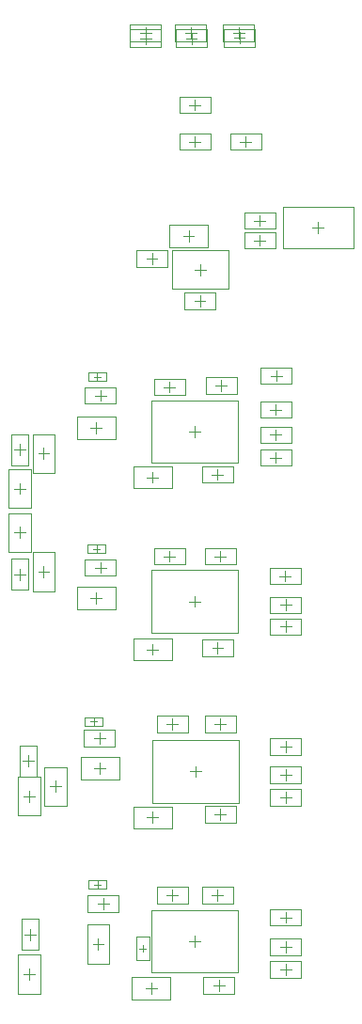
<source format=gbr>
G04 Layer_Color=32768*
%FSLAX26Y26*%
%MOIN*%
%TF.FileFunction,Other,Mechanical_15*%
%TF.Part,Single*%
G01*
G75*
%TA.AperFunction,NonConductor*%
%ADD51C,0.003937*%
%ADD64C,0.001968*%
D51*
X1222000Y-2239662D02*
Y-2200292D01*
X1202314Y-2219976D02*
X1241684D01*
X545414Y-980000D02*
X584784D01*
X565100Y-999686D02*
Y-960316D01*
X280000Y-719686D02*
Y-680316D01*
X260314Y-700000D02*
X299684D01*
X363800Y-595686D02*
Y-556316D01*
X344114Y-576000D02*
X383484D01*
X280000Y-1023298D02*
Y-983928D01*
X260316Y-1003614D02*
X299686D01*
X280000Y-875684D02*
Y-836314D01*
X260316Y-856000D02*
X299686D01*
X363800Y-1014440D02*
Y-975070D01*
X344116Y-994756D02*
X383486D01*
X1110315Y180000D02*
X1149685D01*
X1129999Y160316D02*
Y199686D01*
X1110315Y250000D02*
X1149685D01*
X1130001Y230314D02*
Y269684D01*
X880314Y-1100000D02*
X919684D01*
X900000Y-1119686D02*
Y-1080316D01*
X705558Y895992D02*
X744928D01*
X725244Y876306D02*
Y915676D01*
X867794Y895992D02*
X907164D01*
X887480Y876306D02*
Y915676D01*
X1037794Y898229D02*
X1077165D01*
X1057480Y878543D02*
Y917913D01*
X900000Y640314D02*
Y679684D01*
X880314Y660000D02*
X919684D01*
X1080000Y510314D02*
Y549684D01*
X1060314Y530000D02*
X1099684D01*
X900000Y510314D02*
Y549684D01*
X880314Y530000D02*
X919684D01*
X725244Y894314D02*
Y933684D01*
X705558Y914000D02*
X744928D01*
X885244Y894314D02*
Y933684D01*
X865558Y914000D02*
X904928D01*
X1055244Y894314D02*
Y933684D01*
X1035558Y914000D02*
X1074928D01*
X1200314Y-1010000D02*
X1239684D01*
X1220000Y-1029686D02*
Y-990316D01*
X1188536Y-319686D02*
Y-280316D01*
X1168850Y-300000D02*
X1208220D01*
X790314Y-340000D02*
X829684D01*
X810000Y-359686D02*
Y-320316D01*
X290314Y-1666000D02*
X329684D01*
X310000Y-1685686D02*
Y-1646316D01*
X292170Y-1790311D02*
X331540D01*
X311856Y-1809997D02*
Y-1770627D01*
X385346Y-1756000D02*
X424716D01*
X405032Y-1775686D02*
Y-1736316D01*
X820000Y-1555686D02*
Y-1516316D01*
X800314Y-1536000D02*
X839684D01*
X561292Y-1605686D02*
Y-1566316D01*
X541606Y-1586000D02*
X580976D01*
X563000Y-1710686D02*
Y-1671316D01*
X543314Y-1691000D02*
X582684D01*
X1222000Y-1735686D02*
Y-1696316D01*
X1202314Y-1716000D02*
X1241684D01*
X903000Y-1722686D02*
Y-1683316D01*
X883314Y-1703000D02*
X922684D01*
X990000Y-1875686D02*
Y-1836316D01*
X970314Y-1856000D02*
X1009684D01*
X750000Y-1885686D02*
Y-1846316D01*
X730314Y-1866000D02*
X769684D01*
X960314Y-650000D02*
X999684D01*
X980000Y-669686D02*
Y-630316D01*
X1166850Y-590000D02*
X1206220D01*
X1186536Y-609686D02*
Y-570316D01*
X1166850Y-420000D02*
X1206220D01*
X1186536Y-439686D02*
Y-400316D01*
X545414Y-370000D02*
X584784D01*
X565100Y-389686D02*
Y-350316D01*
X530314Y-484204D02*
X569684D01*
X550000Y-503890D02*
Y-464520D01*
X730314Y-660000D02*
X769684D01*
X750000Y-679686D02*
Y-640316D01*
X990000Y-1555686D02*
Y-1516316D01*
X970314Y-1536000D02*
X1009684D01*
X530314Y-1087204D02*
X569684D01*
X550000Y-1106890D02*
Y-1067520D01*
X1202314Y-1189568D02*
X1241684D01*
X1222000Y-1209252D02*
Y-1169882D01*
X1166850Y-509796D02*
X1206220D01*
X1186536Y-529480D02*
Y-490110D01*
X1222000Y-1635686D02*
Y-1596316D01*
X1202314Y-1616000D02*
X1241684D01*
X961009Y-1264008D02*
X1000379D01*
X980695Y-1283694D02*
Y-1244324D01*
X970314Y-940000D02*
X1009684D01*
X990000Y-959686D02*
Y-920316D01*
X790314Y-940000D02*
X829684D01*
X810000Y-959686D02*
Y-920316D01*
X730314Y-1270000D02*
X769684D01*
X750000Y-1289686D02*
Y-1250316D01*
X295346Y-2281442D02*
X334716D01*
X315032Y-2301126D02*
Y-2261756D01*
X292170Y-2421442D02*
X331540D01*
X311856Y-2441126D02*
Y-2401756D01*
X537629Y-2314907D02*
X576999D01*
X557315Y-2334591D02*
Y-2295221D01*
X900000Y-2325686D02*
Y-2286316D01*
X880314Y-2306000D02*
X919684D01*
X1222000Y-2423646D02*
Y-2384276D01*
X1202314Y-2403960D02*
X1241684D01*
X1222000Y-2345686D02*
Y-2306316D01*
X1202314Y-2326000D02*
X1241684D01*
X973962Y-334008D02*
X1013332D01*
X993648Y-353694D02*
Y-314324D01*
X1222000Y-1815686D02*
Y-1776316D01*
X1202314Y-1796000D02*
X1241684D01*
X985032Y-2481126D02*
Y-2441756D01*
X965346Y-2461442D02*
X1004716D01*
X980314Y-2160330D02*
Y-2120960D01*
X960630Y-2140646D02*
X1000000D01*
X820000Y-2160686D02*
Y-2121316D01*
X800314Y-2141000D02*
X839684D01*
X575032Y-2191126D02*
Y-2151756D01*
X555346Y-2171442D02*
X594716D01*
X745032Y-2491126D02*
Y-2451756D01*
X725346Y-2471442D02*
X764716D01*
X1316960Y224000D02*
X1356330D01*
X1336646Y204314D02*
Y243684D01*
X1202314Y-1112796D02*
X1241684D01*
X1222000Y-1132480D02*
Y-1093110D01*
X280000Y-581844D02*
Y-542474D01*
X260314Y-562158D02*
X299684D01*
X880314Y-498182D02*
X919684D01*
X900000Y-517866D02*
Y-478496D01*
X747480Y96307D02*
Y135677D01*
X727795Y115992D02*
X767165D01*
X917480Y-53693D02*
Y-14323D01*
X897795Y-34008D02*
X937165D01*
X918976Y56307D02*
Y95677D01*
X899291Y75992D02*
X938661D01*
X877480Y176307D02*
Y215677D01*
X857795Y195992D02*
X897165D01*
D64*
X1166882Y-2249504D02*
X1277118D01*
X1166882Y-2190448D02*
X1277118D01*
X1166882Y-2249504D02*
Y-2190448D01*
X1277118Y-2249504D02*
Y-2190448D01*
X509982Y-1009528D02*
Y-950472D01*
X620218Y-1009528D02*
Y-950472D01*
X509982Y-1009528D02*
X620218D01*
X509982Y-950472D02*
X620218D01*
X240630Y-631102D02*
X319370D01*
X240630Y-768898D02*
X319370D01*
X240630D02*
Y-631102D01*
X319370Y-768898D02*
Y-631102D01*
X324430Y-507102D02*
X403170D01*
X324430Y-644898D02*
X403170D01*
X324430D02*
Y-507102D01*
X403170Y-644898D02*
Y-507102D01*
X250472Y-1058732D02*
X309528D01*
X250472Y-948496D02*
X309528D01*
Y-1058732D02*
Y-948496D01*
X250472Y-1058732D02*
Y-948496D01*
X240630Y-924898D02*
X319370D01*
X240630Y-787102D02*
X319370D01*
Y-924898D02*
Y-787102D01*
X240630Y-924898D02*
Y-787102D01*
X324430Y-1063654D02*
X403170D01*
X324430Y-925858D02*
X403170D01*
Y-1063654D02*
Y-925858D01*
X324430Y-1063654D02*
Y-925858D01*
X1074881Y150472D02*
Y209528D01*
X1185117Y150472D02*
Y209528D01*
X1074881Y150472D02*
X1185117D01*
X1074881Y209528D02*
X1185117D01*
X1185119Y220472D02*
Y279528D01*
X1074883Y220472D02*
Y279528D01*
X1185119D01*
X1074883Y220472D02*
X1185119D01*
X521299Y-319756D02*
Y-288260D01*
X584291Y-319756D02*
Y-288260D01*
X521299Y-319756D02*
X584291D01*
X521299Y-288260D02*
X584291D01*
X540983Y-304008D02*
X564605D01*
X552795Y-315820D02*
Y-292198D01*
X1053544Y-1210236D02*
Y-989764D01*
X746456Y-1210236D02*
Y-989764D01*
X1053544D01*
X746456Y-1210236D02*
X1053544D01*
X519227Y-929756D02*
Y-898260D01*
X582220Y-929756D02*
Y-898260D01*
X519227Y-929756D02*
X582220D01*
X519227Y-898260D02*
X582220D01*
X538912Y-914008D02*
X562534D01*
X550723Y-925820D02*
Y-902198D01*
X780362Y864496D02*
Y927488D01*
X670126Y864496D02*
Y927488D01*
Y864496D02*
X780362D01*
X670126Y927488D02*
X780362D01*
X942598Y864496D02*
Y927488D01*
X832362Y864496D02*
Y927488D01*
Y864496D02*
X942598D01*
X832362Y927488D02*
X942598D01*
X1112599Y866733D02*
Y929725D01*
X1002362Y866733D02*
Y929725D01*
Y866733D02*
X1112599D01*
X1002362Y929725D02*
X1112599D01*
X844882Y630472D02*
X955118D01*
X844882Y689528D02*
X955118D01*
Y630472D02*
Y689528D01*
X844882Y630472D02*
Y689528D01*
X1024882Y559528D02*
X1135118D01*
X1024882Y500472D02*
X1135118D01*
X1024882D02*
Y559528D01*
X1135118Y500472D02*
Y559528D01*
X844882Y500472D02*
X955118D01*
X844882Y559528D02*
X955118D01*
Y500472D02*
Y559528D01*
X844882Y500472D02*
Y559528D01*
X670126Y884472D02*
X780362D01*
X670126Y943528D02*
X780362D01*
X670126Y884472D02*
Y943528D01*
X780362Y884472D02*
Y943528D01*
X830126Y884472D02*
X940362D01*
X830126Y943528D02*
X940362D01*
X830126Y884472D02*
Y943528D01*
X940362Y884472D02*
Y943528D01*
X1000126Y884472D02*
X1110362D01*
X1000126Y943528D02*
X1110362D01*
X1000126Y884472D02*
Y943528D01*
X1110362Y884472D02*
Y943528D01*
X1275118Y-1039528D02*
Y-980472D01*
X1164882Y-1039528D02*
Y-980472D01*
X1275118D01*
X1164882Y-1039528D02*
X1275118D01*
X1133418Y-270472D02*
X1243654D01*
X1133418Y-329528D02*
X1243654D01*
Y-270472D01*
X1133418Y-329528D02*
Y-270472D01*
X865118Y-369528D02*
Y-310472D01*
X754882Y-369528D02*
Y-310472D01*
X865118D01*
X754882Y-369528D02*
X865118D01*
X339528Y-1721118D02*
Y-1610882D01*
X280472Y-1721118D02*
Y-1610882D01*
Y-1721118D02*
X339528D01*
X280472Y-1610882D02*
X339528D01*
X351226Y-1859209D02*
Y-1721415D01*
X272486Y-1859209D02*
Y-1721415D01*
Y-1859209D02*
X351226D01*
X272486Y-1721415D02*
X351226D01*
X444402Y-1824898D02*
Y-1687102D01*
X365662Y-1824898D02*
Y-1687102D01*
Y-1824898D02*
X444402D01*
X365662Y-1687102D02*
X444402D01*
X764882Y-1565528D02*
X875118D01*
X764882Y-1506472D02*
X875118D01*
X764882Y-1565528D02*
Y-1506472D01*
X875118Y-1565528D02*
Y-1506472D01*
X541566Y-1537812D02*
Y-1514190D01*
X529756Y-1526000D02*
X553378D01*
X510070Y-1510252D02*
X573062D01*
X510070Y-1541748D02*
X573062D01*
Y-1510252D01*
X510070Y-1541748D02*
Y-1510252D01*
X506174Y-1556472D02*
X616410D01*
X506174Y-1615528D02*
X616410D01*
Y-1556472D01*
X506174Y-1615528D02*
Y-1556472D01*
X494102Y-1730370D02*
X631898D01*
X494102Y-1651630D02*
X631898D01*
X494102Y-1730370D02*
Y-1651630D01*
X631898Y-1730370D02*
Y-1651630D01*
X1166882Y-1745528D02*
X1277118D01*
X1166882Y-1686472D02*
X1277118D01*
X1166882Y-1745528D02*
Y-1686472D01*
X1277118Y-1745528D02*
Y-1686472D01*
X749456Y-1813236D02*
X1056544D01*
X749456Y-1592764D02*
X1056544D01*
X749456Y-1813236D02*
Y-1592764D01*
X1056544Y-1813236D02*
Y-1592764D01*
X934882Y-1885528D02*
X1045118D01*
X934882Y-1826472D02*
X1045118D01*
X934882Y-1885528D02*
Y-1826472D01*
X1045118Y-1885528D02*
Y-1826472D01*
X681102Y-1905370D02*
X818898D01*
X681102Y-1826630D02*
X818898D01*
X681102Y-1905370D02*
Y-1826630D01*
X818898Y-1905370D02*
Y-1826630D01*
X1035118Y-679528D02*
Y-620472D01*
X924882Y-679528D02*
Y-620472D01*
X1035118D01*
X924882Y-679528D02*
X1035118D01*
X1131418Y-619528D02*
Y-560472D01*
X1241654Y-619528D02*
Y-560472D01*
X1131418Y-619528D02*
X1241654D01*
X1131418Y-560472D02*
X1241654D01*
Y-449528D02*
Y-390472D01*
X1131418Y-449528D02*
Y-390472D01*
X1241654D01*
X1131418Y-449528D02*
X1241654D01*
X509982Y-399528D02*
Y-340472D01*
X620218Y-399528D02*
Y-340472D01*
X509982Y-399528D02*
X620218D01*
X509982Y-340472D02*
X620218D01*
X618898Y-523574D02*
Y-444834D01*
X481102Y-523574D02*
Y-444834D01*
X618898D01*
X481102Y-523574D02*
X618898D01*
X818898Y-699370D02*
Y-620630D01*
X681102Y-699370D02*
Y-620630D01*
X818898D01*
X681102Y-699370D02*
X818898D01*
X934882Y-1506472D02*
X1045118D01*
X934882Y-1565528D02*
X1045118D01*
Y-1506472D01*
X934882Y-1565528D02*
Y-1506472D01*
X618898Y-1126574D02*
Y-1047834D01*
X481102Y-1126574D02*
Y-1047834D01*
X618898D01*
X481102Y-1126574D02*
X618898D01*
X1166882Y-1219094D02*
Y-1160040D01*
X1277118Y-1219094D02*
Y-1160040D01*
X1166882Y-1219094D02*
X1277118D01*
X1166882Y-1160040D02*
X1277118D01*
X1241654Y-539322D02*
Y-480268D01*
X1131418Y-539322D02*
Y-480268D01*
X1241654D01*
X1131418Y-539322D02*
X1241654D01*
X1166882Y-1645528D02*
X1277118D01*
X1166882Y-1586472D02*
X1277118D01*
X1166882Y-1645528D02*
Y-1586472D01*
X1277118Y-1645528D02*
Y-1586472D01*
X1035813Y-1293536D02*
Y-1234480D01*
X925577Y-1293536D02*
Y-1234480D01*
X1035813D01*
X925577Y-1293536D02*
X1035813D01*
X934882Y-969528D02*
Y-910472D01*
X1045118Y-969528D02*
Y-910472D01*
X934882Y-969528D02*
X1045118D01*
X934882Y-910472D02*
X1045118D01*
X865118Y-969528D02*
Y-910472D01*
X754882Y-969528D02*
Y-910472D01*
X865118D01*
X754882Y-969528D02*
X865118D01*
X818898Y-1309370D02*
Y-1230630D01*
X681102Y-1309370D02*
Y-1230630D01*
X818898D01*
X681102Y-1309370D02*
X818898D01*
X344558Y-2336560D02*
Y-2226324D01*
X285504Y-2336560D02*
Y-2226324D01*
Y-2336560D02*
X344558D01*
X285504Y-2226324D02*
X344558D01*
X351226Y-2490338D02*
Y-2352544D01*
X272486Y-2490338D02*
Y-2352544D01*
Y-2490338D02*
X351226D01*
X272486Y-2352544D02*
X351226D01*
X596685Y-2383803D02*
Y-2246009D01*
X517945Y-2383803D02*
Y-2246009D01*
Y-2383803D02*
X596685D01*
X517945Y-2246009D02*
X596685D01*
X555032Y-2115772D02*
Y-2092150D01*
X543220Y-2103960D02*
X566842D01*
X523536Y-2088212D02*
X586528D01*
X523536Y-2119708D02*
X586528D01*
Y-2088212D01*
X523536Y-2119708D02*
Y-2088212D01*
X746456Y-2416236D02*
X1053544D01*
X746456Y-2195764D02*
X1053544D01*
X746456Y-2416236D02*
Y-2195764D01*
X1053544Y-2416236D02*
Y-2195764D01*
X1166882Y-2374434D02*
X1277118D01*
X1166882Y-2433488D02*
X1277118D01*
Y-2374434D01*
X1166882Y-2433488D02*
Y-2374434D01*
Y-2355528D02*
X1277118D01*
X1166882Y-2296472D02*
X1277118D01*
X1166882Y-2355528D02*
Y-2296472D01*
X1277118Y-2355528D02*
Y-2296472D01*
X938529Y-363536D02*
Y-304480D01*
X1048765Y-363536D02*
Y-304480D01*
X938529Y-363536D02*
X1048765D01*
X938529Y-304480D02*
X1048765D01*
X1166882Y-1766472D02*
X1277118D01*
X1166882Y-1825528D02*
X1277118D01*
Y-1766472D01*
X1166882Y-1825528D02*
Y-1766472D01*
X929914Y-2490968D02*
X1040150D01*
X929914Y-2431914D02*
X1040150D01*
X929914Y-2490968D02*
Y-2431914D01*
X1040150Y-2490968D02*
Y-2431914D01*
X925196Y-2111118D02*
X1035434D01*
X925196Y-2170174D02*
X1035434D01*
Y-2111118D01*
X925196Y-2170174D02*
Y-2111118D01*
X764882Y-2170528D02*
X875118D01*
X764882Y-2111472D02*
X875118D01*
X764882Y-2170528D02*
Y-2111472D01*
X875118Y-2170528D02*
Y-2111472D01*
X519914Y-2141914D02*
X630150D01*
X519914Y-2200968D02*
X630150D01*
Y-2141914D01*
X519914Y-2200968D02*
Y-2141914D01*
X676134Y-2510812D02*
X813928D01*
X676134Y-2432070D02*
X813928D01*
X676134Y-2510812D02*
Y-2432070D01*
X813928Y-2510812D02*
Y-2432070D01*
X1211646Y151166D02*
Y296834D01*
X1461646Y151166D02*
Y296834D01*
X1211646Y151166D02*
X1461646D01*
X1211646Y296834D02*
X1461646D01*
X1277118Y-1142322D02*
Y-1083268D01*
X1166882Y-1142322D02*
Y-1083268D01*
X1277118D01*
X1166882Y-1142322D02*
X1277118D01*
X250472Y-507040D02*
X309528D01*
X250472Y-617276D02*
X309528D01*
X250472D02*
Y-507040D01*
X309528Y-617276D02*
Y-507040D01*
X1053544Y-608418D02*
Y-387944D01*
X746456Y-608418D02*
Y-387944D01*
X1053544D01*
X746456Y-608418D02*
X1053544D01*
X692362Y86465D02*
X802598D01*
X692362Y145520D02*
X802598D01*
X692362Y86465D02*
Y145520D01*
X802598Y86465D02*
Y145520D01*
X862362Y-4480D02*
X972598D01*
X862362Y-63535D02*
X972598D01*
Y-4480D01*
X862362Y-63535D02*
Y-4480D01*
X819567Y144890D02*
X1018386D01*
X819567Y7094D02*
X1018386D01*
Y144890D01*
X819567Y7094D02*
Y144890D01*
X808583Y156622D02*
X946378D01*
X808583Y235362D02*
X946378D01*
X808583Y156622D02*
Y235362D01*
X946378Y156622D02*
Y235362D01*
X702755Y-2330000D02*
X726377D01*
X714566Y-2341811D02*
Y-2318189D01*
X738188Y-2371338D02*
Y-2288661D01*
X690944Y-2371338D02*
Y-2288661D01*
Y-2371338D02*
X738188D01*
X690944Y-2288661D02*
X738188D01*
%TF.MD5,aa8b853685ec042d1396da9701cf9d54*%
M02*

</source>
